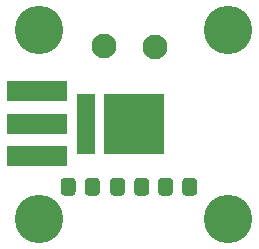
<source format=gbr>
%TF.GenerationSoftware,KiCad,Pcbnew,(5.1.6-0-10_14)*%
%TF.CreationDate,2022-03-24T08:42:33-07:00*%
%TF.ProjectId,pockels_modulator_pcb,706f636b-656c-4735-9f6d-6f64756c6174,rev?*%
%TF.SameCoordinates,Original*%
%TF.FileFunction,Soldermask,Top*%
%TF.FilePolarity,Negative*%
%FSLAX46Y46*%
G04 Gerber Fmt 4.6, Leading zero omitted, Abs format (unit mm)*
G04 Created by KiCad (PCBNEW (5.1.6-0-10_14)) date 2022-03-24 08:42:33*
%MOMM*%
%LPD*%
G01*
G04 APERTURE LIST*
%ADD10C,4.100000*%
%ADD11R,5.180000X1.700000*%
%ADD12R,1.600000X5.100000*%
%ADD13R,5.100000X5.100000*%
%ADD14C,0.600000*%
%ADD15C,2.100000*%
G04 APERTURE END LIST*
D10*
%TO.C,H4*%
X208000000Y-108000000D03*
%TD*%
%TO.C,H1*%
X208000000Y-92000000D03*
%TD*%
D11*
%TO.C,J1*%
X191770000Y-102719000D03*
X191770000Y-97179000D03*
X191770000Y-99949000D03*
%TD*%
%TO.C,R1*%
G36*
G01*
X195053000Y-104804738D02*
X195053000Y-105761262D01*
G75*
G02*
X194781262Y-106033000I-271738J0D01*
G01*
X194074738Y-106033000D01*
G75*
G02*
X193803000Y-105761262I0J271738D01*
G01*
X193803000Y-104804738D01*
G75*
G02*
X194074738Y-104533000I271738J0D01*
G01*
X194781262Y-104533000D01*
G75*
G02*
X195053000Y-104804738I0J-271738D01*
G01*
G37*
G36*
G01*
X197103000Y-104804738D02*
X197103000Y-105761262D01*
G75*
G02*
X196831262Y-106033000I-271738J0D01*
G01*
X196124738Y-106033000D01*
G75*
G02*
X195853000Y-105761262I0J271738D01*
G01*
X195853000Y-104804738D01*
G75*
G02*
X196124738Y-104533000I271738J0D01*
G01*
X196831262Y-104533000D01*
G75*
G02*
X197103000Y-104804738I0J-271738D01*
G01*
G37*
%TD*%
D12*
%TO.C,C1*%
X195936000Y-100000000D03*
D13*
X200000000Y-100000000D03*
D14*
X200000000Y-100000000D03*
X201016000Y-100000000D03*
X202032000Y-100000000D03*
X202032000Y-101016000D03*
X201016000Y-101016000D03*
X200000000Y-101016000D03*
X200000000Y-102032000D03*
X201016000Y-102032000D03*
X202032000Y-102032000D03*
X200000000Y-98984000D03*
X201016000Y-98984000D03*
X202032000Y-98984000D03*
X202032000Y-97968000D03*
X201016000Y-97968000D03*
X200000000Y-97968000D03*
X198984000Y-97968000D03*
X198984000Y-98984000D03*
X198984000Y-100000000D03*
X198984000Y-101016000D03*
X198984000Y-102032000D03*
X197968000Y-102032000D03*
X197968000Y-101016000D03*
X197968000Y-100000000D03*
X197968000Y-98984000D03*
X197968000Y-97968000D03*
%TD*%
D10*
%TO.C,H3*%
X192000000Y-108000000D03*
%TD*%
%TO.C,H2*%
X192000000Y-92000000D03*
%TD*%
D15*
%TO.C,TP2*%
X201803000Y-93472000D03*
%TD*%
%TO.C,TP1*%
X197485000Y-93345000D03*
%TD*%
%TO.C,D2*%
G36*
G01*
X203299000Y-104804738D02*
X203299000Y-105761262D01*
G75*
G02*
X203027262Y-106033000I-271738J0D01*
G01*
X202320738Y-106033000D01*
G75*
G02*
X202049000Y-105761262I0J271738D01*
G01*
X202049000Y-104804738D01*
G75*
G02*
X202320738Y-104533000I271738J0D01*
G01*
X203027262Y-104533000D01*
G75*
G02*
X203299000Y-104804738I0J-271738D01*
G01*
G37*
G36*
G01*
X205349000Y-104804738D02*
X205349000Y-105761262D01*
G75*
G02*
X205077262Y-106033000I-271738J0D01*
G01*
X204370738Y-106033000D01*
G75*
G02*
X204099000Y-105761262I0J271738D01*
G01*
X204099000Y-104804738D01*
G75*
G02*
X204370738Y-104533000I271738J0D01*
G01*
X205077262Y-104533000D01*
G75*
G02*
X205349000Y-104804738I0J-271738D01*
G01*
G37*
%TD*%
%TO.C,D1*%
G36*
G01*
X200035000Y-105761262D02*
X200035000Y-104804738D01*
G75*
G02*
X200306738Y-104533000I271738J0D01*
G01*
X201013262Y-104533000D01*
G75*
G02*
X201285000Y-104804738I0J-271738D01*
G01*
X201285000Y-105761262D01*
G75*
G02*
X201013262Y-106033000I-271738J0D01*
G01*
X200306738Y-106033000D01*
G75*
G02*
X200035000Y-105761262I0J271738D01*
G01*
G37*
G36*
G01*
X197985000Y-105761262D02*
X197985000Y-104804738D01*
G75*
G02*
X198256738Y-104533000I271738J0D01*
G01*
X198963262Y-104533000D01*
G75*
G02*
X199235000Y-104804738I0J-271738D01*
G01*
X199235000Y-105761262D01*
G75*
G02*
X198963262Y-106033000I-271738J0D01*
G01*
X198256738Y-106033000D01*
G75*
G02*
X197985000Y-105761262I0J271738D01*
G01*
G37*
%TD*%
M02*

</source>
